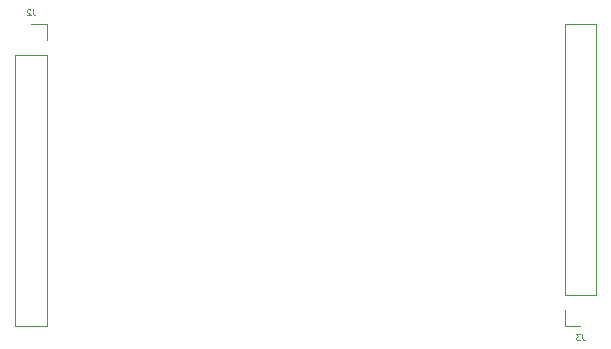
<source format=gbr>
%TF.GenerationSoftware,KiCad,Pcbnew,(5.1.10)-1*%
%TF.CreationDate,2022-09-18T09:06:00-05:00*%
%TF.ProjectId,digi_pot_tracer,64696769-5f70-46f7-945f-747261636572,A*%
%TF.SameCoordinates,Original*%
%TF.FileFunction,Legend,Bot*%
%TF.FilePolarity,Positive*%
%FSLAX46Y46*%
G04 Gerber Fmt 4.6, Leading zero omitted, Abs format (unit mm)*
G04 Created by KiCad (PCBNEW (5.1.10)-1) date 2022-09-18 09:06:00*
%MOMM*%
%LPD*%
G01*
G04 APERTURE LIST*
%ADD10C,0.120000*%
%ADD11C,0.100000*%
G04 APERTURE END LIST*
D10*
%TO.C,J3*%
X202777000Y-72518000D02*
X205437000Y-72518000D01*
X202777000Y-95438000D02*
X202777000Y-72518000D01*
X205437000Y-95438000D02*
X205437000Y-72518000D01*
X202777000Y-95438000D02*
X205437000Y-95438000D01*
X202777000Y-96708000D02*
X202777000Y-98038000D01*
X202777000Y-98038000D02*
X204107000Y-98038000D01*
%TO.C,J2*%
X158924000Y-98038000D02*
X156264000Y-98038000D01*
X158924000Y-75118000D02*
X158924000Y-98038000D01*
X156264000Y-75118000D02*
X156264000Y-98038000D01*
X158924000Y-75118000D02*
X156264000Y-75118000D01*
X158924000Y-73848000D02*
X158924000Y-72518000D01*
X158924000Y-72518000D02*
X157594000Y-72518000D01*
%TO.C,J3*%
D11*
X204273666Y-98764190D02*
X204273666Y-99121333D01*
X204297476Y-99192761D01*
X204345095Y-99240380D01*
X204416523Y-99264190D01*
X204464142Y-99264190D01*
X204083190Y-98764190D02*
X203773666Y-98764190D01*
X203940333Y-98954666D01*
X203868904Y-98954666D01*
X203821285Y-98978476D01*
X203797476Y-99002285D01*
X203773666Y-99049904D01*
X203773666Y-99168952D01*
X203797476Y-99216571D01*
X203821285Y-99240380D01*
X203868904Y-99264190D01*
X204011761Y-99264190D01*
X204059380Y-99240380D01*
X204083190Y-99216571D01*
%TO.C,J2*%
X157760666Y-71244190D02*
X157760666Y-71601333D01*
X157784476Y-71672761D01*
X157832095Y-71720380D01*
X157903523Y-71744190D01*
X157951142Y-71744190D01*
X157546380Y-71291809D02*
X157522571Y-71268000D01*
X157474952Y-71244190D01*
X157355904Y-71244190D01*
X157308285Y-71268000D01*
X157284476Y-71291809D01*
X157260666Y-71339428D01*
X157260666Y-71387047D01*
X157284476Y-71458476D01*
X157570190Y-71744190D01*
X157260666Y-71744190D01*
%TD*%
M02*

</source>
